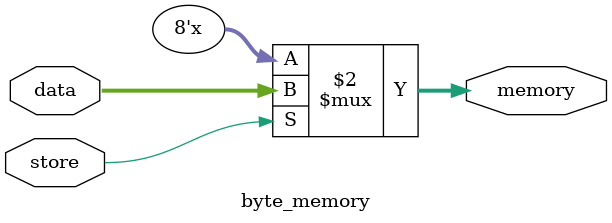
<source format=v>
module byte_memory(
    input [7:0] data,
    input store,
    output reg [7:0] memory
);

    // Herein, implement D-Latch style memory
    // that stores the input data into memory
    // when store is high
always @(data, store) begin
    if(store)
        memory <= data;
    end
    
    
    // Memory should always output the value
    // stored, and it should only change
    // when store is high

endmodule
</source>
